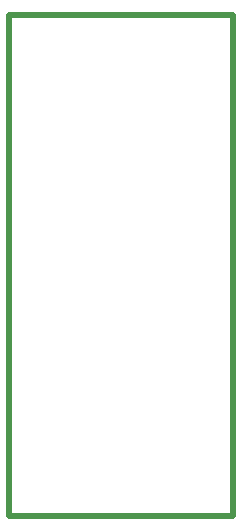
<source format=gbr>
G04 #@! TF.FileFunction,Profile,NP*
%FSLAX46Y46*%
G04 Gerber Fmt 4.6, Leading zero omitted, Abs format (unit mm)*
G04 Created by KiCad (PCBNEW 4.0.4+e1-6308~48~ubuntu16.04.1-stable) date Tue Oct 25 19:36:01 2016*
%MOMM*%
%LPD*%
G01*
G04 APERTURE LIST*
%ADD10C,0.100000*%
%ADD11C,0.500000*%
G04 APERTURE END LIST*
D10*
D11*
X147999000Y-30018800D02*
X147999000Y-72447800D01*
X128999000Y-72447800D02*
X128999000Y-30018800D01*
X147999000Y-72447800D02*
X128999000Y-72447800D01*
X128999000Y-30018800D02*
X147999000Y-30018800D01*
M02*

</source>
